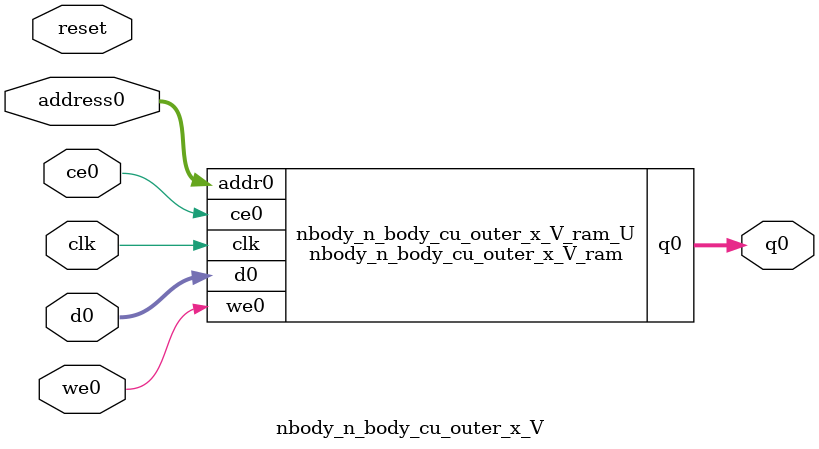
<source format=v>
`timescale 1 ns / 1 ps
module nbody_n_body_cu_outer_x_V_ram (addr0, ce0, d0, we0, q0,  clk);

parameter DWIDTH = 512;
parameter AWIDTH = 12;
parameter MEM_SIZE = 3750;

input[AWIDTH-1:0] addr0;
input ce0;
input[DWIDTH-1:0] d0;
input we0;
output reg[DWIDTH-1:0] q0;
input clk;

reg [DWIDTH-1:0] ram[0:MEM_SIZE-1];




always @(posedge clk)  
begin 
    if (ce0) begin
        if (we0) 
            ram[addr0] <= d0; 
        q0 <= ram[addr0];
    end
end


endmodule

`timescale 1 ns / 1 ps
module nbody_n_body_cu_outer_x_V(
    reset,
    clk,
    address0,
    ce0,
    we0,
    d0,
    q0);

parameter DataWidth = 32'd512;
parameter AddressRange = 32'd3750;
parameter AddressWidth = 32'd12;
input reset;
input clk;
input[AddressWidth - 1:0] address0;
input ce0;
input we0;
input[DataWidth - 1:0] d0;
output[DataWidth - 1:0] q0;



nbody_n_body_cu_outer_x_V_ram nbody_n_body_cu_outer_x_V_ram_U(
    .clk( clk ),
    .addr0( address0 ),
    .ce0( ce0 ),
    .we0( we0 ),
    .d0( d0 ),
    .q0( q0 ));

endmodule


</source>
